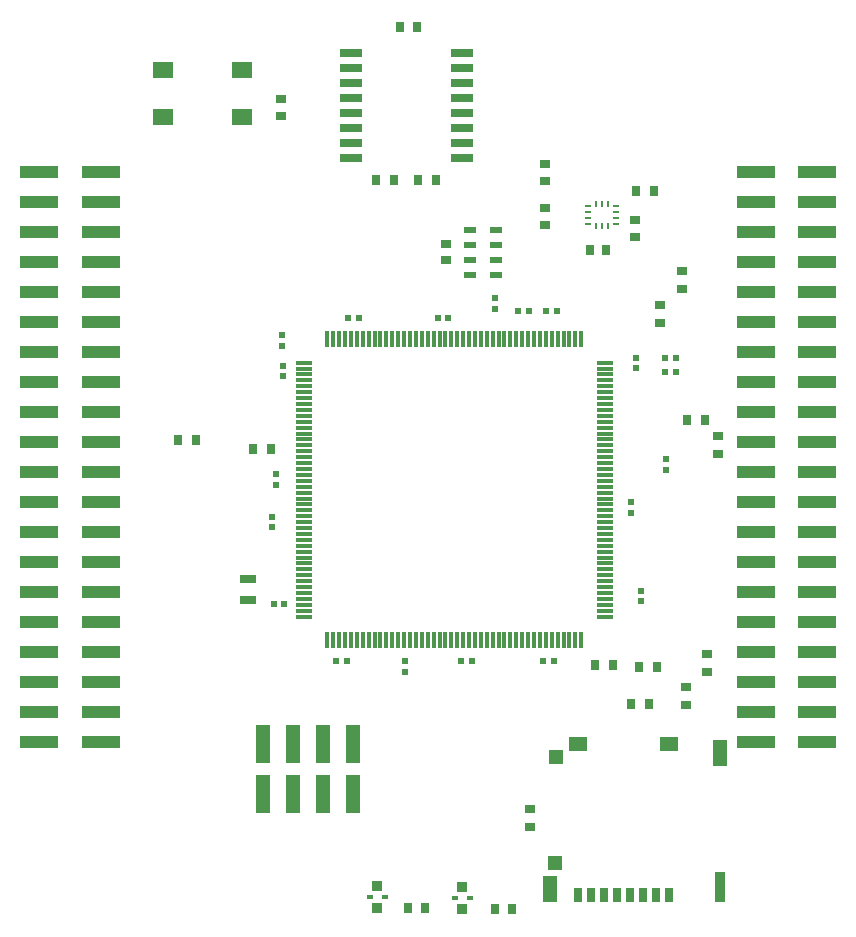
<source format=gtp>
G04*
G04 #@! TF.GenerationSoftware,Altium Limited,Altium Designer,23.11.1 (41)*
G04*
G04 Layer_Color=8421504*
%FSLAX25Y25*%
%MOIN*%
G70*
G04*
G04 #@! TF.SameCoordinates,7B13C31F-70D5-41CF-BA4D-497FEED21CC8*
G04*
G04*
G04 #@! TF.FilePolarity,Positive*
G04*
G01*
G75*
%ADD17R,0.07598X0.02756*%
%ADD18R,0.12500X0.04488*%
G04:AMPARAMS|DCode=19|XSize=21.65mil|YSize=19.68mil|CornerRadius=2.46mil|HoleSize=0mil|Usage=FLASHONLY|Rotation=270.000|XOffset=0mil|YOffset=0mil|HoleType=Round|Shape=RoundedRectangle|*
%AMROUNDEDRECTD19*
21,1,0.02165,0.01476,0,0,270.0*
21,1,0.01673,0.01968,0,0,270.0*
1,1,0.00492,-0.00738,-0.00837*
1,1,0.00492,-0.00738,0.00837*
1,1,0.00492,0.00738,0.00837*
1,1,0.00492,0.00738,-0.00837*
%
%ADD19ROUNDEDRECTD19*%
G04:AMPARAMS|DCode=20|XSize=21.65mil|YSize=19.68mil|CornerRadius=2.46mil|HoleSize=0mil|Usage=FLASHONLY|Rotation=180.000|XOffset=0mil|YOffset=0mil|HoleType=Round|Shape=RoundedRectangle|*
%AMROUNDEDRECTD20*
21,1,0.02165,0.01476,0,0,180.0*
21,1,0.01673,0.01968,0,0,180.0*
1,1,0.00492,-0.00837,0.00738*
1,1,0.00492,0.00837,0.00738*
1,1,0.00492,0.00837,-0.00738*
1,1,0.00492,-0.00837,-0.00738*
%
%ADD20ROUNDEDRECTD20*%
%ADD21R,0.01181X0.05709*%
%ADD22R,0.05709X0.01181*%
%ADD23R,0.02756X0.03543*%
%ADD24R,0.04331X0.02362*%
%ADD25R,0.03543X0.03150*%
%ADD26R,0.03150X0.03543*%
G04:AMPARAMS|DCode=27|XSize=51.18mil|YSize=29.92mil|CornerRadius=3.74mil|HoleSize=0mil|Usage=FLASHONLY|Rotation=180.000|XOffset=0mil|YOffset=0mil|HoleType=Round|Shape=RoundedRectangle|*
%AMROUNDEDRECTD27*
21,1,0.05118,0.02244,0,0,180.0*
21,1,0.04370,0.02992,0,0,180.0*
1,1,0.00748,-0.02185,0.01122*
1,1,0.00748,0.02185,0.01122*
1,1,0.00748,0.02185,-0.01122*
1,1,0.00748,-0.02185,-0.01122*
%
%ADD27ROUNDEDRECTD27*%
%ADD28R,0.05000X0.12520*%
%ADD29R,0.03543X0.02756*%
%ADD30R,0.03150X0.04882*%
%ADD31R,0.00984X0.01870*%
%ADD32R,0.01870X0.00984*%
%ADD33R,0.06693X0.05512*%
%ADD34R,0.03740X0.09843*%
%ADD35R,0.04528X0.08661*%
%ADD36R,0.04567X0.04921*%
%ADD37R,0.04567X0.04724*%
%ADD38R,0.05906X0.04528*%
%ADD39R,0.02559X0.03543*%
%ADD40R,0.02205X0.01575*%
%ADD41R,0.03740X0.03543*%
D17*
X173743Y311500D02*
D03*
Y306500D02*
D03*
Y301500D02*
D03*
Y296500D02*
D03*
Y291500D02*
D03*
Y286500D02*
D03*
Y281500D02*
D03*
Y276500D02*
D03*
X136657D02*
D03*
Y281500D02*
D03*
Y286500D02*
D03*
Y291500D02*
D03*
Y296500D02*
D03*
Y301500D02*
D03*
Y306500D02*
D03*
Y311500D02*
D03*
D18*
X53218Y81800D02*
D03*
X32725D02*
D03*
X53218Y241800D02*
D03*
X32725Y271800D02*
D03*
X53218D02*
D03*
X32725Y261800D02*
D03*
X53218D02*
D03*
X32725Y251800D02*
D03*
X53218D02*
D03*
X32725Y241800D02*
D03*
Y231800D02*
D03*
X53218D02*
D03*
X32725Y221800D02*
D03*
X53218D02*
D03*
X32725Y211800D02*
D03*
X53218D02*
D03*
X32725Y201800D02*
D03*
X53218D02*
D03*
X32725Y191800D02*
D03*
X53218D02*
D03*
X32725Y181800D02*
D03*
X53218D02*
D03*
X32725Y171800D02*
D03*
X53218D02*
D03*
X32725Y161800D02*
D03*
X53218D02*
D03*
X32725Y151800D02*
D03*
X53218D02*
D03*
X32725Y141800D02*
D03*
X53218D02*
D03*
X32725Y131800D02*
D03*
X53218D02*
D03*
X32725Y121800D02*
D03*
X53218D02*
D03*
X32725Y111800D02*
D03*
X53218D02*
D03*
X32725Y101800D02*
D03*
X53218D02*
D03*
X32725Y91800D02*
D03*
X53218D02*
D03*
X292171Y81800D02*
D03*
X271678D02*
D03*
X292171Y91800D02*
D03*
X271678D02*
D03*
X292171Y101800D02*
D03*
X271678D02*
D03*
X292171Y111800D02*
D03*
X271678D02*
D03*
X292171Y121800D02*
D03*
X271678D02*
D03*
X292171Y131800D02*
D03*
X271678D02*
D03*
X292171Y141800D02*
D03*
X271678D02*
D03*
X292171Y151800D02*
D03*
X271678D02*
D03*
X292171Y161800D02*
D03*
X271678D02*
D03*
X292171Y171800D02*
D03*
X271678D02*
D03*
X292171Y181800D02*
D03*
X271678D02*
D03*
X292171Y191800D02*
D03*
X271678D02*
D03*
X292171Y201800D02*
D03*
X271678D02*
D03*
X292171Y211800D02*
D03*
X271678D02*
D03*
X292171Y221800D02*
D03*
X271678D02*
D03*
X292171Y231800D02*
D03*
X271678D02*
D03*
X292171Y241800D02*
D03*
X271678D02*
D03*
X292171Y251800D02*
D03*
Y261800D02*
D03*
X271678D02*
D03*
X292171Y271800D02*
D03*
X271678D02*
D03*
Y251800D02*
D03*
D19*
X110928Y127700D02*
D03*
X114472D02*
D03*
X204192Y108756D02*
D03*
X200648D02*
D03*
X135361Y108600D02*
D03*
X131818D02*
D03*
X173428Y108672D02*
D03*
X176972D02*
D03*
X135728Y222900D02*
D03*
X165573Y223111D02*
D03*
X196041Y225415D02*
D03*
X201809Y225295D02*
D03*
X244966Y209812D02*
D03*
Y205071D02*
D03*
X139272Y222900D02*
D03*
X169116Y223111D02*
D03*
X205352Y225295D02*
D03*
X192498Y225415D02*
D03*
X241423Y209812D02*
D03*
Y205071D02*
D03*
D20*
X154700Y108672D02*
D03*
Y105128D02*
D03*
X230100Y158128D02*
D03*
Y161672D02*
D03*
X110451Y153202D02*
D03*
X111600Y167428D02*
D03*
X113900Y203528D02*
D03*
X113828Y217280D02*
D03*
X233436Y128611D02*
D03*
X241600Y175972D02*
D03*
X184700Y226028D02*
D03*
X231614Y209826D02*
D03*
X113828Y213737D02*
D03*
X113900Y207072D02*
D03*
X111600Y170972D02*
D03*
X110451Y156745D02*
D03*
X184700Y229572D02*
D03*
X231614Y206283D02*
D03*
X233436Y132154D02*
D03*
X241600Y172428D02*
D03*
D21*
X132714Y215898D02*
D03*
X207517Y115702D02*
D03*
X213423Y215898D02*
D03*
X211454D02*
D03*
X209486D02*
D03*
X207517D02*
D03*
X205549D02*
D03*
X203580D02*
D03*
X197675D02*
D03*
X195706D02*
D03*
X193738D02*
D03*
X191769D02*
D03*
X187832D02*
D03*
X185864D02*
D03*
X183895D02*
D03*
X181927D02*
D03*
X179958D02*
D03*
X177990D02*
D03*
X176021D02*
D03*
X174053D02*
D03*
X172084D02*
D03*
X170116D02*
D03*
X168147D02*
D03*
X164210D02*
D03*
X162242D02*
D03*
X160273D02*
D03*
X158305D02*
D03*
X156336D02*
D03*
X154368D02*
D03*
X152399D02*
D03*
X150431D02*
D03*
X148462D02*
D03*
X146494D02*
D03*
X144525D02*
D03*
X142557D02*
D03*
X140588D02*
D03*
X134683D02*
D03*
X130746D02*
D03*
X128777Y115702D02*
D03*
X130746D02*
D03*
X132714D02*
D03*
X136651D02*
D03*
X138620D02*
D03*
X140588D02*
D03*
X142557D02*
D03*
X144525D02*
D03*
X146494D02*
D03*
X150431D02*
D03*
X152399D02*
D03*
X154368D02*
D03*
X156336D02*
D03*
X158305D02*
D03*
X160273D02*
D03*
X162242D02*
D03*
X164210D02*
D03*
X166179D02*
D03*
X168147D02*
D03*
X170116D02*
D03*
X172084D02*
D03*
X174053D02*
D03*
X177990D02*
D03*
X179958D02*
D03*
X181927D02*
D03*
X183895D02*
D03*
X185864D02*
D03*
X187832D02*
D03*
X189801D02*
D03*
X191769D02*
D03*
X193738D02*
D03*
X195706D02*
D03*
X197675D02*
D03*
X199643D02*
D03*
X203580D02*
D03*
X205549D02*
D03*
X209486D02*
D03*
X211454D02*
D03*
X213423D02*
D03*
X176021D02*
D03*
X134683D02*
D03*
X148462D02*
D03*
X128777Y215898D02*
D03*
X136651D02*
D03*
X138620D02*
D03*
X166179D02*
D03*
X201612Y115702D02*
D03*
X189801Y215898D02*
D03*
X199643D02*
D03*
X201612D02*
D03*
D22*
X221198Y186469D02*
D03*
X121002Y208123D02*
D03*
Y206154D02*
D03*
Y204186D02*
D03*
Y200249D02*
D03*
Y198280D02*
D03*
Y196312D02*
D03*
Y194343D02*
D03*
Y192375D02*
D03*
Y190406D02*
D03*
Y188438D02*
D03*
Y186469D02*
D03*
Y184501D02*
D03*
Y182532D02*
D03*
Y180564D02*
D03*
Y178595D02*
D03*
Y176627D02*
D03*
Y174658D02*
D03*
Y172690D02*
D03*
Y170721D02*
D03*
Y166784D02*
D03*
Y164816D02*
D03*
Y162847D02*
D03*
Y160879D02*
D03*
Y158910D02*
D03*
Y154973D02*
D03*
Y153005D02*
D03*
Y151036D02*
D03*
Y149068D02*
D03*
Y147099D02*
D03*
Y145131D02*
D03*
Y143162D02*
D03*
Y141194D02*
D03*
Y137257D02*
D03*
Y133320D02*
D03*
Y129383D02*
D03*
Y125446D02*
D03*
Y123477D02*
D03*
X221198Y125446D02*
D03*
Y133320D02*
D03*
Y135288D02*
D03*
Y137257D02*
D03*
Y139225D02*
D03*
Y141194D02*
D03*
Y143162D02*
D03*
Y145131D02*
D03*
Y147099D02*
D03*
Y149068D02*
D03*
Y151036D02*
D03*
Y153005D02*
D03*
Y154973D02*
D03*
Y156942D02*
D03*
Y158910D02*
D03*
Y162847D02*
D03*
Y164816D02*
D03*
Y166784D02*
D03*
Y168753D02*
D03*
Y170721D02*
D03*
Y172690D02*
D03*
Y174658D02*
D03*
Y178595D02*
D03*
Y180564D02*
D03*
Y182532D02*
D03*
Y184501D02*
D03*
Y188438D02*
D03*
Y190406D02*
D03*
Y192375D02*
D03*
Y194343D02*
D03*
Y196312D02*
D03*
Y198280D02*
D03*
Y202217D02*
D03*
Y204186D02*
D03*
Y131351D02*
D03*
X121002Y127414D02*
D03*
X221198Y200249D02*
D03*
Y123477D02*
D03*
X121002Y139225D02*
D03*
Y131351D02*
D03*
Y156942D02*
D03*
Y135288D02*
D03*
Y202217D02*
D03*
Y168753D02*
D03*
X221198Y129383D02*
D03*
Y176627D02*
D03*
Y208123D02*
D03*
Y206154D02*
D03*
Y160879D02*
D03*
Y127414D02*
D03*
D23*
X218046Y107192D02*
D03*
X223951D02*
D03*
X165053Y268900D02*
D03*
X159147D02*
D03*
X145047Y268900D02*
D03*
X150953D02*
D03*
X104047Y179200D02*
D03*
X84912Y182499D02*
D03*
X235853Y94206D02*
D03*
X238553Y106659D02*
D03*
X237553Y265400D02*
D03*
X109953Y179200D02*
D03*
X248647Y189100D02*
D03*
X254553D02*
D03*
X231647Y265400D02*
D03*
X229947Y94206D02*
D03*
X232647Y106659D02*
D03*
X79006Y182499D02*
D03*
D24*
X184961Y252221D02*
D03*
Y247300D02*
D03*
Y242379D02*
D03*
Y237457D02*
D03*
X176300D02*
D03*
Y242379D02*
D03*
Y247300D02*
D03*
Y252221D02*
D03*
D25*
X168200Y242244D02*
D03*
Y247756D02*
D03*
X231492Y255537D02*
D03*
X113500Y290444D02*
D03*
Y295956D02*
D03*
X231492Y250025D02*
D03*
D26*
X158556Y320000D02*
D03*
X153044D02*
D03*
X216300Y245800D02*
D03*
X221812D02*
D03*
D27*
X102500Y128957D02*
D03*
Y136004D02*
D03*
D28*
X117400Y80896D02*
D03*
X107400Y64400D02*
D03*
Y80896D02*
D03*
X117400Y64400D02*
D03*
X127400D02*
D03*
Y80896D02*
D03*
X137400Y64400D02*
D03*
Y80896D02*
D03*
D29*
X196500Y59306D02*
D03*
X248400Y100012D02*
D03*
X255200Y111053D02*
D03*
X201326Y253906D02*
D03*
X239600Y227353D02*
D03*
X247000Y232647D02*
D03*
X201421Y274453D02*
D03*
X258900Y183553D02*
D03*
Y177647D02*
D03*
X196500Y53400D02*
D03*
X201421Y268547D02*
D03*
X239600Y221447D02*
D03*
X247000Y238553D02*
D03*
X201326Y259812D02*
D03*
X248400Y94106D02*
D03*
X255200Y105147D02*
D03*
D30*
X229680Y30846D02*
D03*
X242672D02*
D03*
X238342D02*
D03*
X234011D02*
D03*
X225350D02*
D03*
X221019D02*
D03*
X216688D02*
D03*
X212357D02*
D03*
D31*
X218408Y253692D02*
D03*
X220377D02*
D03*
X222345D02*
D03*
Y260877D02*
D03*
X220377D02*
D03*
X218408D02*
D03*
D32*
X224953Y254332D02*
D03*
X215800Y260237D02*
D03*
Y258269D02*
D03*
Y256300D02*
D03*
Y254332D02*
D03*
X224953Y256300D02*
D03*
Y258269D02*
D03*
Y260237D02*
D03*
D33*
X74100Y305600D02*
D03*
X100478D02*
D03*
X74100Y289852D02*
D03*
X100478D02*
D03*
D34*
X259779Y33326D02*
D03*
D35*
X203125Y32735D02*
D03*
X259779Y77932D02*
D03*
D36*
X204700Y41200D02*
D03*
D37*
X204917Y76633D02*
D03*
D38*
X212200Y81062D02*
D03*
X242830D02*
D03*
D39*
X155791Y26200D02*
D03*
X161500D02*
D03*
X184646Y25900D02*
D03*
X190354D02*
D03*
D40*
X176379Y29700D02*
D03*
X171221D02*
D03*
X142921Y30000D02*
D03*
X148079D02*
D03*
D41*
X173800Y33440D02*
D03*
Y25960D02*
D03*
X145500Y26260D02*
D03*
Y33740D02*
D03*
M02*

</source>
